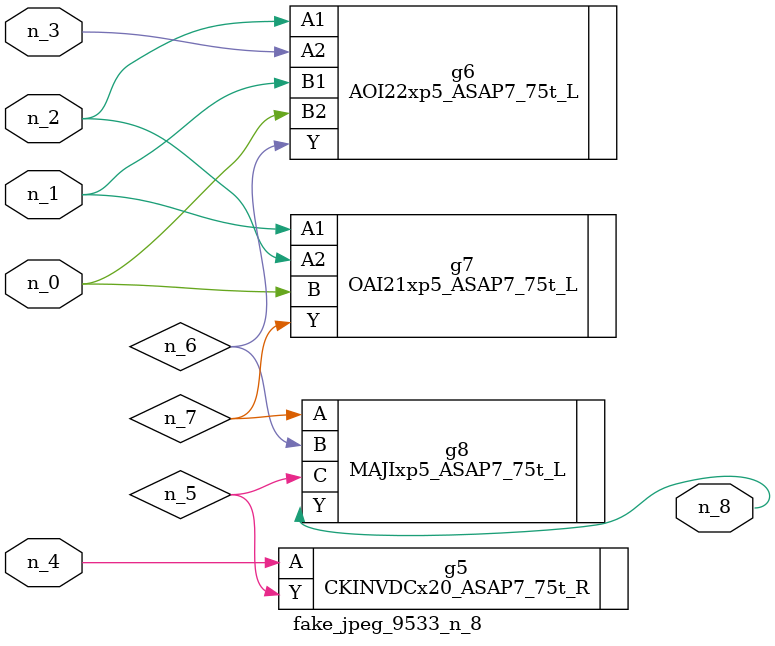
<source format=v>
module fake_jpeg_9533_n_8 (n_3, n_2, n_1, n_0, n_4, n_8);

input n_3;
input n_2;
input n_1;
input n_0;
input n_4;

output n_8;

wire n_6;
wire n_5;
wire n_7;

CKINVDCx20_ASAP7_75t_R g5 ( 
.A(n_4),
.Y(n_5)
);

AOI22xp5_ASAP7_75t_L g6 ( 
.A1(n_2),
.A2(n_3),
.B1(n_1),
.B2(n_0),
.Y(n_6)
);

OAI21xp5_ASAP7_75t_L g7 ( 
.A1(n_1),
.A2(n_2),
.B(n_0),
.Y(n_7)
);

MAJIxp5_ASAP7_75t_L g8 ( 
.A(n_7),
.B(n_6),
.C(n_5),
.Y(n_8)
);


endmodule
</source>
